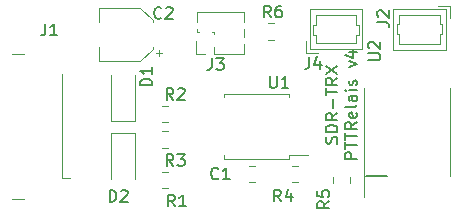
<source format=gto>
G04 #@! TF.GenerationSoftware,KiCad,Pcbnew,5.1.6+dfsg1-1~bpo9+1*
G04 #@! TF.CreationDate,2022-04-04T20:25:57+02:00*
G04 #@! TF.ProjectId,sdrtrx-pttrelais,73647274-7278-42d7-9074-7472656c6169,rev?*
G04 #@! TF.SameCoordinates,Original*
G04 #@! TF.FileFunction,Legend,Top*
G04 #@! TF.FilePolarity,Positive*
%FSLAX46Y46*%
G04 Gerber Fmt 4.6, Leading zero omitted, Abs format (unit mm)*
G04 Created by KiCad (PCBNEW 5.1.6+dfsg1-1~bpo9+1) date 2022-04-04 20:25:57*
%MOMM*%
%LPD*%
G01*
G04 APERTURE LIST*
%ADD10C,0.150000*%
%ADD11C,0.120000*%
%ADD12O,0.900000X1.400000*%
%ADD13R,1.880000X1.620000*%
%ADD14O,1.100000X1.100000*%
%ADD15R,1.100000X1.100000*%
%ADD16C,1.200000*%
%ADD17O,3.600000X2.000000*%
%ADD18R,2.600000X1.200000*%
%ADD19R,1.300000X1.000000*%
G04 APERTURE END LIST*
D10*
X127468761Y-88986904D02*
X127516380Y-88844047D01*
X127516380Y-88605952D01*
X127468761Y-88510714D01*
X127421142Y-88463095D01*
X127325904Y-88415476D01*
X127230666Y-88415476D01*
X127135428Y-88463095D01*
X127087809Y-88510714D01*
X127040190Y-88605952D01*
X126992571Y-88796428D01*
X126944952Y-88891666D01*
X126897333Y-88939285D01*
X126802095Y-88986904D01*
X126706857Y-88986904D01*
X126611619Y-88939285D01*
X126564000Y-88891666D01*
X126516380Y-88796428D01*
X126516380Y-88558333D01*
X126564000Y-88415476D01*
X127516380Y-87986904D02*
X126516380Y-87986904D01*
X126516380Y-87748809D01*
X126564000Y-87605952D01*
X126659238Y-87510714D01*
X126754476Y-87463095D01*
X126944952Y-87415476D01*
X127087809Y-87415476D01*
X127278285Y-87463095D01*
X127373523Y-87510714D01*
X127468761Y-87605952D01*
X127516380Y-87748809D01*
X127516380Y-87986904D01*
X127516380Y-86415476D02*
X127040190Y-86748809D01*
X127516380Y-86986904D02*
X126516380Y-86986904D01*
X126516380Y-86605952D01*
X126564000Y-86510714D01*
X126611619Y-86463095D01*
X126706857Y-86415476D01*
X126849714Y-86415476D01*
X126944952Y-86463095D01*
X126992571Y-86510714D01*
X127040190Y-86605952D01*
X127040190Y-86986904D01*
X127135428Y-85986904D02*
X127135428Y-85225000D01*
X126516380Y-84891666D02*
X126516380Y-84320238D01*
X127516380Y-84605952D02*
X126516380Y-84605952D01*
X127516380Y-83415476D02*
X127040190Y-83748809D01*
X127516380Y-83986904D02*
X126516380Y-83986904D01*
X126516380Y-83605952D01*
X126564000Y-83510714D01*
X126611619Y-83463095D01*
X126706857Y-83415476D01*
X126849714Y-83415476D01*
X126944952Y-83463095D01*
X126992571Y-83510714D01*
X127040190Y-83605952D01*
X127040190Y-83986904D01*
X126516380Y-83082142D02*
X127516380Y-82415476D01*
X126516380Y-82415476D02*
X127516380Y-83082142D01*
X129166380Y-90272619D02*
X128166380Y-90272619D01*
X128166380Y-89891666D01*
X128214000Y-89796428D01*
X128261619Y-89748809D01*
X128356857Y-89701190D01*
X128499714Y-89701190D01*
X128594952Y-89748809D01*
X128642571Y-89796428D01*
X128690190Y-89891666D01*
X128690190Y-90272619D01*
X128166380Y-89415476D02*
X128166380Y-88844047D01*
X129166380Y-89129761D02*
X128166380Y-89129761D01*
X128166380Y-88653571D02*
X128166380Y-88082142D01*
X129166380Y-88367857D02*
X128166380Y-88367857D01*
X129166380Y-87177380D02*
X128690190Y-87510714D01*
X129166380Y-87748809D02*
X128166380Y-87748809D01*
X128166380Y-87367857D01*
X128214000Y-87272619D01*
X128261619Y-87225000D01*
X128356857Y-87177380D01*
X128499714Y-87177380D01*
X128594952Y-87225000D01*
X128642571Y-87272619D01*
X128690190Y-87367857D01*
X128690190Y-87748809D01*
X129118761Y-86367857D02*
X129166380Y-86463095D01*
X129166380Y-86653571D01*
X129118761Y-86748809D01*
X129023523Y-86796428D01*
X128642571Y-86796428D01*
X128547333Y-86748809D01*
X128499714Y-86653571D01*
X128499714Y-86463095D01*
X128547333Y-86367857D01*
X128642571Y-86320238D01*
X128737809Y-86320238D01*
X128833047Y-86796428D01*
X129166380Y-85748809D02*
X129118761Y-85844047D01*
X129023523Y-85891666D01*
X128166380Y-85891666D01*
X129166380Y-84939285D02*
X128642571Y-84939285D01*
X128547333Y-84986904D01*
X128499714Y-85082142D01*
X128499714Y-85272619D01*
X128547333Y-85367857D01*
X129118761Y-84939285D02*
X129166380Y-85034523D01*
X129166380Y-85272619D01*
X129118761Y-85367857D01*
X129023523Y-85415476D01*
X128928285Y-85415476D01*
X128833047Y-85367857D01*
X128785428Y-85272619D01*
X128785428Y-85034523D01*
X128737809Y-84939285D01*
X129166380Y-84463095D02*
X128499714Y-84463095D01*
X128166380Y-84463095D02*
X128214000Y-84510714D01*
X128261619Y-84463095D01*
X128214000Y-84415476D01*
X128166380Y-84463095D01*
X128261619Y-84463095D01*
X129118761Y-84034523D02*
X129166380Y-83939285D01*
X129166380Y-83748809D01*
X129118761Y-83653571D01*
X129023523Y-83605952D01*
X128975904Y-83605952D01*
X128880666Y-83653571D01*
X128833047Y-83748809D01*
X128833047Y-83891666D01*
X128785428Y-83986904D01*
X128690190Y-84034523D01*
X128642571Y-84034523D01*
X128547333Y-83986904D01*
X128499714Y-83891666D01*
X128499714Y-83748809D01*
X128547333Y-83653571D01*
X128499714Y-82510714D02*
X129166380Y-82272619D01*
X128499714Y-82034523D01*
X128499714Y-81225000D02*
X129166380Y-81225000D01*
X128118761Y-81463095D02*
X128833047Y-81701190D01*
X128833047Y-81082142D01*
D11*
X124871400Y-81306000D02*
X125871400Y-81306000D01*
X124871400Y-81306000D02*
X124871400Y-80306000D01*
X129121400Y-78106000D02*
X127396400Y-78106000D01*
X129121400Y-78956000D02*
X129121400Y-78106000D01*
X129321400Y-78956000D02*
X129121400Y-78956000D01*
X129321400Y-79756000D02*
X129321400Y-78956000D01*
X129121400Y-79756000D02*
X129321400Y-79756000D01*
X129121400Y-80506000D02*
X129121400Y-79756000D01*
X127396400Y-80506000D02*
X129121400Y-80506000D01*
X125671400Y-78106000D02*
X127396400Y-78106000D01*
X125671400Y-78956000D02*
X125671400Y-78106000D01*
X125471400Y-78956000D02*
X125671400Y-78956000D01*
X125471400Y-79756000D02*
X125471400Y-78956000D01*
X125671400Y-79756000D02*
X125471400Y-79756000D01*
X125671400Y-80506000D02*
X125671400Y-79756000D01*
X127396400Y-80506000D02*
X125671400Y-80506000D01*
X129631400Y-77596000D02*
X125161400Y-77596000D01*
X129631400Y-81016000D02*
X129631400Y-77596000D01*
X125161400Y-81016000D02*
X129631400Y-81016000D01*
X125161400Y-77596000D02*
X125161400Y-81016000D01*
X120650000Y-84755500D02*
X117902500Y-84755500D01*
X117902500Y-84755500D02*
X117902500Y-85038000D01*
X120650000Y-84755500D02*
X123397500Y-84755500D01*
X123397500Y-84755500D02*
X123397500Y-85038000D01*
X120650000Y-90250500D02*
X117902500Y-90250500D01*
X117902500Y-90250500D02*
X117902500Y-89968000D01*
X120650000Y-90250500D02*
X123397500Y-90250500D01*
X123397500Y-90250500D02*
X123397500Y-89968000D01*
X123397500Y-89968000D02*
X125050000Y-89968000D01*
X129794000Y-93511000D02*
X129794000Y-84311000D01*
X137017000Y-91711000D02*
X137017000Y-84311000D01*
D10*
X129921000Y-91694000D02*
X131699000Y-91694000D01*
D11*
X115572000Y-81394000D02*
X115572000Y-80264000D01*
X116332000Y-81394000D02*
X115572000Y-81394000D01*
X115637000Y-78686470D02*
X115637000Y-77864000D01*
X115637000Y-79504000D02*
X115637000Y-79301530D01*
X115768529Y-79504000D02*
X115637000Y-79504000D01*
X117038529Y-79504000D02*
X116895471Y-79504000D01*
X117092000Y-79700529D02*
X117092000Y-79557471D01*
X117092000Y-81394000D02*
X117092000Y-80827471D01*
X115637000Y-77864000D02*
X119567000Y-77864000D01*
X117092000Y-81394000D02*
X119567000Y-81394000D01*
X119567000Y-79956470D02*
X119567000Y-79301530D01*
X119567000Y-78686470D02*
X119567000Y-77864000D01*
X119567000Y-81394000D02*
X119567000Y-80571530D01*
X136718000Y-81027000D02*
X136718000Y-77607000D01*
X136718000Y-77607000D02*
X132248000Y-77607000D01*
X132248000Y-77607000D02*
X132248000Y-81027000D01*
X132248000Y-81027000D02*
X136718000Y-81027000D01*
X134483000Y-78117000D02*
X136208000Y-78117000D01*
X136208000Y-78117000D02*
X136208000Y-78867000D01*
X136208000Y-78867000D02*
X136408000Y-78867000D01*
X136408000Y-78867000D02*
X136408000Y-79667000D01*
X136408000Y-79667000D02*
X136208000Y-79667000D01*
X136208000Y-79667000D02*
X136208000Y-80517000D01*
X136208000Y-80517000D02*
X134483000Y-80517000D01*
X134483000Y-78117000D02*
X132758000Y-78117000D01*
X132758000Y-78117000D02*
X132758000Y-78867000D01*
X132758000Y-78867000D02*
X132558000Y-78867000D01*
X132558000Y-78867000D02*
X132558000Y-79667000D01*
X132558000Y-79667000D02*
X132758000Y-79667000D01*
X132758000Y-79667000D02*
X132758000Y-80517000D01*
X132758000Y-80517000D02*
X134483000Y-80517000D01*
X137008000Y-77317000D02*
X137008000Y-78317000D01*
X137008000Y-77317000D02*
X136008000Y-77317000D01*
X122178578Y-80212000D02*
X121661422Y-80212000D01*
X122178578Y-78792000D02*
X121661422Y-78792000D01*
X127179000Y-92333578D02*
X127179000Y-91816422D01*
X128599000Y-92333578D02*
X128599000Y-91816422D01*
X124159778Y-92277000D02*
X123642622Y-92277000D01*
X124159778Y-90857000D02*
X123642622Y-90857000D01*
X113161578Y-89356000D02*
X112644422Y-89356000D01*
X113161578Y-87936000D02*
X112644422Y-87936000D01*
X113161578Y-87197000D02*
X112644422Y-87197000D01*
X113161578Y-85777000D02*
X112644422Y-85777000D01*
X113161578Y-92785000D02*
X112644422Y-92785000D01*
X113161578Y-91365000D02*
X112644422Y-91365000D01*
X104159000Y-91903000D02*
X104159000Y-83103000D01*
X100989000Y-93648000D02*
X99939000Y-93648000D01*
X100989000Y-81358000D02*
X99939000Y-81358000D01*
X104159000Y-91903000D02*
X104914000Y-91903000D01*
X110347000Y-88047000D02*
X108347000Y-88047000D01*
X108347000Y-88047000D02*
X108347000Y-91947000D01*
X110347000Y-88047000D02*
X110347000Y-91947000D01*
X108347000Y-87086000D02*
X110347000Y-87086000D01*
X110347000Y-87086000D02*
X110347000Y-83186000D01*
X108347000Y-87086000D02*
X108347000Y-83186000D01*
X107363000Y-77496000D02*
X107363000Y-78696000D01*
X107363000Y-82016000D02*
X107363000Y-80816000D01*
X110818563Y-82016000D02*
X107363000Y-82016000D01*
X110818563Y-77496000D02*
X107363000Y-77496000D01*
X111883000Y-78560437D02*
X111883000Y-78696000D01*
X111883000Y-80951563D02*
X111883000Y-80816000D01*
X111883000Y-80951563D02*
X110818563Y-82016000D01*
X111883000Y-78560437D02*
X110818563Y-77496000D01*
X112623000Y-81316000D02*
X112123000Y-81316000D01*
X112373000Y-81566000D02*
X112373000Y-81066000D01*
X120010422Y-90857000D02*
X120527578Y-90857000D01*
X120010422Y-92277000D02*
X120527578Y-92277000D01*
D10*
X125142666Y-81646780D02*
X125142666Y-82361066D01*
X125095047Y-82503923D01*
X124999809Y-82599161D01*
X124856952Y-82646780D01*
X124761714Y-82646780D01*
X126047428Y-81980114D02*
X126047428Y-82646780D01*
X125809333Y-81599161D02*
X125571238Y-82313447D01*
X126190285Y-82313447D01*
X121793095Y-83272380D02*
X121793095Y-84081904D01*
X121840714Y-84177142D01*
X121888333Y-84224761D01*
X121983571Y-84272380D01*
X122174047Y-84272380D01*
X122269285Y-84224761D01*
X122316904Y-84177142D01*
X122364523Y-84081904D01*
X122364523Y-83272380D01*
X123364523Y-84272380D02*
X122793095Y-84272380D01*
X123078809Y-84272380D02*
X123078809Y-83272380D01*
X122983571Y-83415238D01*
X122888333Y-83510476D01*
X122793095Y-83558095D01*
X130135380Y-81914904D02*
X130944904Y-81914904D01*
X131040142Y-81867285D01*
X131087761Y-81819666D01*
X131135380Y-81724428D01*
X131135380Y-81533952D01*
X131087761Y-81438714D01*
X131040142Y-81391095D01*
X130944904Y-81343476D01*
X130135380Y-81343476D01*
X130230619Y-80914904D02*
X130183000Y-80867285D01*
X130135380Y-80772047D01*
X130135380Y-80533952D01*
X130183000Y-80438714D01*
X130230619Y-80391095D01*
X130325857Y-80343476D01*
X130421095Y-80343476D01*
X130563952Y-80391095D01*
X131135380Y-80962523D01*
X131135380Y-80343476D01*
X116887666Y-81748380D02*
X116887666Y-82462666D01*
X116840047Y-82605523D01*
X116744809Y-82700761D01*
X116601952Y-82748380D01*
X116506714Y-82748380D01*
X117268619Y-81748380D02*
X117887666Y-81748380D01*
X117554333Y-82129333D01*
X117697190Y-82129333D01*
X117792428Y-82176952D01*
X117840047Y-82224571D01*
X117887666Y-82319809D01*
X117887666Y-82557904D01*
X117840047Y-82653142D01*
X117792428Y-82700761D01*
X117697190Y-82748380D01*
X117411476Y-82748380D01*
X117316238Y-82700761D01*
X117268619Y-82653142D01*
X130897380Y-78692333D02*
X131611666Y-78692333D01*
X131754523Y-78739952D01*
X131849761Y-78835190D01*
X131897380Y-78978047D01*
X131897380Y-79073285D01*
X130992619Y-78263761D02*
X130945000Y-78216142D01*
X130897380Y-78120904D01*
X130897380Y-77882809D01*
X130945000Y-77787571D01*
X130992619Y-77739952D01*
X131087857Y-77692333D01*
X131183095Y-77692333D01*
X131325952Y-77739952D01*
X131897380Y-78311380D01*
X131897380Y-77692333D01*
X121880333Y-78303380D02*
X121547000Y-77827190D01*
X121308904Y-78303380D02*
X121308904Y-77303380D01*
X121689857Y-77303380D01*
X121785095Y-77351000D01*
X121832714Y-77398619D01*
X121880333Y-77493857D01*
X121880333Y-77636714D01*
X121832714Y-77731952D01*
X121785095Y-77779571D01*
X121689857Y-77827190D01*
X121308904Y-77827190D01*
X122737476Y-77303380D02*
X122547000Y-77303380D01*
X122451761Y-77351000D01*
X122404142Y-77398619D01*
X122308904Y-77541476D01*
X122261285Y-77731952D01*
X122261285Y-78112904D01*
X122308904Y-78208142D01*
X122356523Y-78255761D01*
X122451761Y-78303380D01*
X122642238Y-78303380D01*
X122737476Y-78255761D01*
X122785095Y-78208142D01*
X122832714Y-78112904D01*
X122832714Y-77874809D01*
X122785095Y-77779571D01*
X122737476Y-77731952D01*
X122642238Y-77684333D01*
X122451761Y-77684333D01*
X122356523Y-77731952D01*
X122308904Y-77779571D01*
X122261285Y-77874809D01*
X126817380Y-93867266D02*
X126341190Y-94200600D01*
X126817380Y-94438695D02*
X125817380Y-94438695D01*
X125817380Y-94057742D01*
X125865000Y-93962504D01*
X125912619Y-93914885D01*
X126007857Y-93867266D01*
X126150714Y-93867266D01*
X126245952Y-93914885D01*
X126293571Y-93962504D01*
X126341190Y-94057742D01*
X126341190Y-94438695D01*
X125817380Y-92962504D02*
X125817380Y-93438695D01*
X126293571Y-93486314D01*
X126245952Y-93438695D01*
X126198333Y-93343457D01*
X126198333Y-93105361D01*
X126245952Y-93010123D01*
X126293571Y-92962504D01*
X126388809Y-92914885D01*
X126626904Y-92914885D01*
X126722142Y-92962504D01*
X126769761Y-93010123D01*
X126817380Y-93105361D01*
X126817380Y-93343457D01*
X126769761Y-93438695D01*
X126722142Y-93486314D01*
X122743933Y-93873580D02*
X122410600Y-93397390D01*
X122172504Y-93873580D02*
X122172504Y-92873580D01*
X122553457Y-92873580D01*
X122648695Y-92921200D01*
X122696314Y-92968819D01*
X122743933Y-93064057D01*
X122743933Y-93206914D01*
X122696314Y-93302152D01*
X122648695Y-93349771D01*
X122553457Y-93397390D01*
X122172504Y-93397390D01*
X123601076Y-93206914D02*
X123601076Y-93873580D01*
X123362980Y-92825961D02*
X123124885Y-93540247D01*
X123743933Y-93540247D01*
X113625333Y-90876380D02*
X113292000Y-90400190D01*
X113053904Y-90876380D02*
X113053904Y-89876380D01*
X113434857Y-89876380D01*
X113530095Y-89924000D01*
X113577714Y-89971619D01*
X113625333Y-90066857D01*
X113625333Y-90209714D01*
X113577714Y-90304952D01*
X113530095Y-90352571D01*
X113434857Y-90400190D01*
X113053904Y-90400190D01*
X113958666Y-89876380D02*
X114577714Y-89876380D01*
X114244380Y-90257333D01*
X114387238Y-90257333D01*
X114482476Y-90304952D01*
X114530095Y-90352571D01*
X114577714Y-90447809D01*
X114577714Y-90685904D01*
X114530095Y-90781142D01*
X114482476Y-90828761D01*
X114387238Y-90876380D01*
X114101523Y-90876380D01*
X114006285Y-90828761D01*
X113958666Y-90781142D01*
X113625333Y-85288380D02*
X113292000Y-84812190D01*
X113053904Y-85288380D02*
X113053904Y-84288380D01*
X113434857Y-84288380D01*
X113530095Y-84336000D01*
X113577714Y-84383619D01*
X113625333Y-84478857D01*
X113625333Y-84621714D01*
X113577714Y-84716952D01*
X113530095Y-84764571D01*
X113434857Y-84812190D01*
X113053904Y-84812190D01*
X114006285Y-84383619D02*
X114053904Y-84336000D01*
X114149142Y-84288380D01*
X114387238Y-84288380D01*
X114482476Y-84336000D01*
X114530095Y-84383619D01*
X114577714Y-84478857D01*
X114577714Y-84574095D01*
X114530095Y-84716952D01*
X113958666Y-85288380D01*
X114577714Y-85288380D01*
X113752333Y-94305380D02*
X113419000Y-93829190D01*
X113180904Y-94305380D02*
X113180904Y-93305380D01*
X113561857Y-93305380D01*
X113657095Y-93353000D01*
X113704714Y-93400619D01*
X113752333Y-93495857D01*
X113752333Y-93638714D01*
X113704714Y-93733952D01*
X113657095Y-93781571D01*
X113561857Y-93829190D01*
X113180904Y-93829190D01*
X114704714Y-94305380D02*
X114133285Y-94305380D01*
X114419000Y-94305380D02*
X114419000Y-93305380D01*
X114323761Y-93448238D01*
X114228523Y-93543476D01*
X114133285Y-93591095D01*
X102790666Y-78827380D02*
X102790666Y-79541666D01*
X102743047Y-79684523D01*
X102647809Y-79779761D01*
X102504952Y-79827380D01*
X102409714Y-79827380D01*
X103790666Y-79827380D02*
X103219238Y-79827380D01*
X103504952Y-79827380D02*
X103504952Y-78827380D01*
X103409714Y-78970238D01*
X103314476Y-79065476D01*
X103219238Y-79113095D01*
X108227904Y-93924380D02*
X108227904Y-92924380D01*
X108466000Y-92924380D01*
X108608857Y-92972000D01*
X108704095Y-93067238D01*
X108751714Y-93162476D01*
X108799333Y-93352952D01*
X108799333Y-93495809D01*
X108751714Y-93686285D01*
X108704095Y-93781523D01*
X108608857Y-93876761D01*
X108466000Y-93924380D01*
X108227904Y-93924380D01*
X109180285Y-93019619D02*
X109227904Y-92972000D01*
X109323142Y-92924380D01*
X109561238Y-92924380D01*
X109656476Y-92972000D01*
X109704095Y-93019619D01*
X109751714Y-93114857D01*
X109751714Y-93210095D01*
X109704095Y-93352952D01*
X109132666Y-93924380D01*
X109751714Y-93924380D01*
X111831380Y-84050095D02*
X110831380Y-84050095D01*
X110831380Y-83812000D01*
X110879000Y-83669142D01*
X110974238Y-83573904D01*
X111069476Y-83526285D01*
X111259952Y-83478666D01*
X111402809Y-83478666D01*
X111593285Y-83526285D01*
X111688523Y-83573904D01*
X111783761Y-83669142D01*
X111831380Y-83812000D01*
X111831380Y-84050095D01*
X111831380Y-82526285D02*
X111831380Y-83097714D01*
X111831380Y-82812000D02*
X110831380Y-82812000D01*
X110974238Y-82907238D01*
X111069476Y-83002476D01*
X111117095Y-83097714D01*
X112609333Y-78335142D02*
X112561714Y-78382761D01*
X112418857Y-78430380D01*
X112323619Y-78430380D01*
X112180761Y-78382761D01*
X112085523Y-78287523D01*
X112037904Y-78192285D01*
X111990285Y-78001809D01*
X111990285Y-77858952D01*
X112037904Y-77668476D01*
X112085523Y-77573238D01*
X112180761Y-77478000D01*
X112323619Y-77430380D01*
X112418857Y-77430380D01*
X112561714Y-77478000D01*
X112609333Y-77525619D01*
X112990285Y-77525619D02*
X113037904Y-77478000D01*
X113133142Y-77430380D01*
X113371238Y-77430380D01*
X113466476Y-77478000D01*
X113514095Y-77525619D01*
X113561714Y-77620857D01*
X113561714Y-77716095D01*
X113514095Y-77858952D01*
X112942666Y-78430380D01*
X113561714Y-78430380D01*
X117435333Y-91924142D02*
X117387714Y-91971761D01*
X117244857Y-92019380D01*
X117149619Y-92019380D01*
X117006761Y-91971761D01*
X116911523Y-91876523D01*
X116863904Y-91781285D01*
X116816285Y-91590809D01*
X116816285Y-91447952D01*
X116863904Y-91257476D01*
X116911523Y-91162238D01*
X117006761Y-91067000D01*
X117149619Y-91019380D01*
X117244857Y-91019380D01*
X117387714Y-91067000D01*
X117435333Y-91114619D01*
X118387714Y-92019380D02*
X117816285Y-92019380D01*
X118102000Y-92019380D02*
X118102000Y-91019380D01*
X118006761Y-91162238D01*
X117911523Y-91257476D01*
X117816285Y-91305095D01*
%LPC*%
D12*
X128021400Y-79756000D03*
G36*
G01*
X126321400Y-80231000D02*
X126321400Y-79281000D01*
G75*
G02*
X126546400Y-79056000I225000J0D01*
G01*
X126996400Y-79056000D01*
G75*
G02*
X127221400Y-79281000I0J-225000D01*
G01*
X127221400Y-80231000D01*
G75*
G02*
X126996400Y-80456000I-225000J0D01*
G01*
X126546400Y-80456000D01*
G75*
G02*
X126321400Y-80231000I0J225000D01*
G01*
G37*
G36*
G01*
X117900000Y-89233000D02*
X117900000Y-89583000D01*
G75*
G02*
X117725000Y-89758000I-175000J0D01*
G01*
X116375000Y-89758000D01*
G75*
G02*
X116200000Y-89583000I0J175000D01*
G01*
X116200000Y-89233000D01*
G75*
G02*
X116375000Y-89058000I175000J0D01*
G01*
X117725000Y-89058000D01*
G75*
G02*
X117900000Y-89233000I0J-175000D01*
G01*
G37*
G36*
G01*
X117900000Y-87963000D02*
X117900000Y-88313000D01*
G75*
G02*
X117725000Y-88488000I-175000J0D01*
G01*
X116375000Y-88488000D01*
G75*
G02*
X116200000Y-88313000I0J175000D01*
G01*
X116200000Y-87963000D01*
G75*
G02*
X116375000Y-87788000I175000J0D01*
G01*
X117725000Y-87788000D01*
G75*
G02*
X117900000Y-87963000I0J-175000D01*
G01*
G37*
G36*
G01*
X117900000Y-86693000D02*
X117900000Y-87043000D01*
G75*
G02*
X117725000Y-87218000I-175000J0D01*
G01*
X116375000Y-87218000D01*
G75*
G02*
X116200000Y-87043000I0J175000D01*
G01*
X116200000Y-86693000D01*
G75*
G02*
X116375000Y-86518000I175000J0D01*
G01*
X117725000Y-86518000D01*
G75*
G02*
X117900000Y-86693000I0J-175000D01*
G01*
G37*
G36*
G01*
X117900000Y-85423000D02*
X117900000Y-85773000D01*
G75*
G02*
X117725000Y-85948000I-175000J0D01*
G01*
X116375000Y-85948000D01*
G75*
G02*
X116200000Y-85773000I0J175000D01*
G01*
X116200000Y-85423000D01*
G75*
G02*
X116375000Y-85248000I175000J0D01*
G01*
X117725000Y-85248000D01*
G75*
G02*
X117900000Y-85423000I0J-175000D01*
G01*
G37*
G36*
G01*
X125100000Y-85423000D02*
X125100000Y-85773000D01*
G75*
G02*
X124925000Y-85948000I-175000J0D01*
G01*
X123575000Y-85948000D01*
G75*
G02*
X123400000Y-85773000I0J175000D01*
G01*
X123400000Y-85423000D01*
G75*
G02*
X123575000Y-85248000I175000J0D01*
G01*
X124925000Y-85248000D01*
G75*
G02*
X125100000Y-85423000I0J-175000D01*
G01*
G37*
G36*
G01*
X125100000Y-86693000D02*
X125100000Y-87043000D01*
G75*
G02*
X124925000Y-87218000I-175000J0D01*
G01*
X123575000Y-87218000D01*
G75*
G02*
X123400000Y-87043000I0J175000D01*
G01*
X123400000Y-86693000D01*
G75*
G02*
X123575000Y-86518000I175000J0D01*
G01*
X124925000Y-86518000D01*
G75*
G02*
X125100000Y-86693000I0J-175000D01*
G01*
G37*
G36*
G01*
X125100000Y-87963000D02*
X125100000Y-88313000D01*
G75*
G02*
X124925000Y-88488000I-175000J0D01*
G01*
X123575000Y-88488000D01*
G75*
G02*
X123400000Y-88313000I0J175000D01*
G01*
X123400000Y-87963000D01*
G75*
G02*
X123575000Y-87788000I175000J0D01*
G01*
X124925000Y-87788000D01*
G75*
G02*
X125100000Y-87963000I0J-175000D01*
G01*
G37*
G36*
G01*
X125100000Y-89233000D02*
X125100000Y-89583000D01*
G75*
G02*
X124925000Y-89758000I-175000J0D01*
G01*
X123575000Y-89758000D01*
G75*
G02*
X123400000Y-89583000I0J175000D01*
G01*
X123400000Y-89233000D01*
G75*
G02*
X123575000Y-89058000I175000J0D01*
G01*
X124925000Y-89058000D01*
G75*
G02*
X125100000Y-89233000I0J-175000D01*
G01*
G37*
D13*
X130937000Y-83246000D03*
X133477000Y-83246000D03*
X136017000Y-83246000D03*
X136017000Y-92776000D03*
X133477000Y-92776000D03*
X130937000Y-92776000D03*
D14*
X118872000Y-78994000D03*
X118872000Y-80264000D03*
X117602000Y-78994000D03*
X117602000Y-80264000D03*
X116332000Y-78994000D03*
D15*
X116332000Y-80264000D03*
D12*
X133858000Y-78867000D03*
G36*
G01*
X135558000Y-78392000D02*
X135558000Y-79342000D01*
G75*
G02*
X135333000Y-79567000I-225000J0D01*
G01*
X134883000Y-79567000D01*
G75*
G02*
X134658000Y-79342000I0J225000D01*
G01*
X134658000Y-78392000D01*
G75*
G02*
X134883000Y-78167000I225000J0D01*
G01*
X135333000Y-78167000D01*
G75*
G02*
X135558000Y-78392000I0J-225000D01*
G01*
G37*
G36*
G01*
X121520000Y-79020750D02*
X121520000Y-79983250D01*
G75*
G02*
X121251250Y-80252000I-268750J0D01*
G01*
X120713750Y-80252000D01*
G75*
G02*
X120445000Y-79983250I0J268750D01*
G01*
X120445000Y-79020750D01*
G75*
G02*
X120713750Y-78752000I268750J0D01*
G01*
X121251250Y-78752000D01*
G75*
G02*
X121520000Y-79020750I0J-268750D01*
G01*
G37*
G36*
G01*
X123395000Y-79020750D02*
X123395000Y-79983250D01*
G75*
G02*
X123126250Y-80252000I-268750J0D01*
G01*
X122588750Y-80252000D01*
G75*
G02*
X122320000Y-79983250I0J268750D01*
G01*
X122320000Y-79020750D01*
G75*
G02*
X122588750Y-78752000I268750J0D01*
G01*
X123126250Y-78752000D01*
G75*
G02*
X123395000Y-79020750I0J-268750D01*
G01*
G37*
G36*
G01*
X128370250Y-91675000D02*
X127407750Y-91675000D01*
G75*
G02*
X127139000Y-91406250I0J268750D01*
G01*
X127139000Y-90868750D01*
G75*
G02*
X127407750Y-90600000I268750J0D01*
G01*
X128370250Y-90600000D01*
G75*
G02*
X128639000Y-90868750I0J-268750D01*
G01*
X128639000Y-91406250D01*
G75*
G02*
X128370250Y-91675000I-268750J0D01*
G01*
G37*
G36*
G01*
X128370250Y-93550000D02*
X127407750Y-93550000D01*
G75*
G02*
X127139000Y-93281250I0J268750D01*
G01*
X127139000Y-92743750D01*
G75*
G02*
X127407750Y-92475000I268750J0D01*
G01*
X128370250Y-92475000D01*
G75*
G02*
X128639000Y-92743750I0J-268750D01*
G01*
X128639000Y-93281250D01*
G75*
G02*
X128370250Y-93550000I-268750J0D01*
G01*
G37*
G36*
G01*
X123501200Y-91085750D02*
X123501200Y-92048250D01*
G75*
G02*
X123232450Y-92317000I-268750J0D01*
G01*
X122694950Y-92317000D01*
G75*
G02*
X122426200Y-92048250I0J268750D01*
G01*
X122426200Y-91085750D01*
G75*
G02*
X122694950Y-90817000I268750J0D01*
G01*
X123232450Y-90817000D01*
G75*
G02*
X123501200Y-91085750I0J-268750D01*
G01*
G37*
G36*
G01*
X125376200Y-91085750D02*
X125376200Y-92048250D01*
G75*
G02*
X125107450Y-92317000I-268750J0D01*
G01*
X124569950Y-92317000D01*
G75*
G02*
X124301200Y-92048250I0J268750D01*
G01*
X124301200Y-91085750D01*
G75*
G02*
X124569950Y-90817000I268750J0D01*
G01*
X125107450Y-90817000D01*
G75*
G02*
X125376200Y-91085750I0J-268750D01*
G01*
G37*
G36*
G01*
X112503000Y-88164750D02*
X112503000Y-89127250D01*
G75*
G02*
X112234250Y-89396000I-268750J0D01*
G01*
X111696750Y-89396000D01*
G75*
G02*
X111428000Y-89127250I0J268750D01*
G01*
X111428000Y-88164750D01*
G75*
G02*
X111696750Y-87896000I268750J0D01*
G01*
X112234250Y-87896000D01*
G75*
G02*
X112503000Y-88164750I0J-268750D01*
G01*
G37*
G36*
G01*
X114378000Y-88164750D02*
X114378000Y-89127250D01*
G75*
G02*
X114109250Y-89396000I-268750J0D01*
G01*
X113571750Y-89396000D01*
G75*
G02*
X113303000Y-89127250I0J268750D01*
G01*
X113303000Y-88164750D01*
G75*
G02*
X113571750Y-87896000I268750J0D01*
G01*
X114109250Y-87896000D01*
G75*
G02*
X114378000Y-88164750I0J-268750D01*
G01*
G37*
G36*
G01*
X112503000Y-86005750D02*
X112503000Y-86968250D01*
G75*
G02*
X112234250Y-87237000I-268750J0D01*
G01*
X111696750Y-87237000D01*
G75*
G02*
X111428000Y-86968250I0J268750D01*
G01*
X111428000Y-86005750D01*
G75*
G02*
X111696750Y-85737000I268750J0D01*
G01*
X112234250Y-85737000D01*
G75*
G02*
X112503000Y-86005750I0J-268750D01*
G01*
G37*
G36*
G01*
X114378000Y-86005750D02*
X114378000Y-86968250D01*
G75*
G02*
X114109250Y-87237000I-268750J0D01*
G01*
X113571750Y-87237000D01*
G75*
G02*
X113303000Y-86968250I0J268750D01*
G01*
X113303000Y-86005750D01*
G75*
G02*
X113571750Y-85737000I268750J0D01*
G01*
X114109250Y-85737000D01*
G75*
G02*
X114378000Y-86005750I0J-268750D01*
G01*
G37*
G36*
G01*
X112503000Y-91593750D02*
X112503000Y-92556250D01*
G75*
G02*
X112234250Y-92825000I-268750J0D01*
G01*
X111696750Y-92825000D01*
G75*
G02*
X111428000Y-92556250I0J268750D01*
G01*
X111428000Y-91593750D01*
G75*
G02*
X111696750Y-91325000I268750J0D01*
G01*
X112234250Y-91325000D01*
G75*
G02*
X112503000Y-91593750I0J-268750D01*
G01*
G37*
G36*
G01*
X114378000Y-91593750D02*
X114378000Y-92556250D01*
G75*
G02*
X114109250Y-92825000I-268750J0D01*
G01*
X113571750Y-92825000D01*
G75*
G02*
X113303000Y-92556250I0J268750D01*
G01*
X113303000Y-91593750D01*
G75*
G02*
X113571750Y-91325000I268750J0D01*
G01*
X114109250Y-91325000D01*
G75*
G02*
X114378000Y-91593750I0J-268750D01*
G01*
G37*
D16*
X103039000Y-85203000D03*
X103039000Y-89803000D03*
D17*
X103039000Y-81803000D03*
X103039000Y-93203000D03*
D18*
X105789000Y-84003000D03*
X105789000Y-91003000D03*
X105789000Y-86503000D03*
X105789000Y-88503000D03*
D19*
X109347000Y-91947000D03*
X109347000Y-88647000D03*
X109347000Y-83186000D03*
X109347000Y-86486000D03*
G36*
G01*
X109173000Y-79171625D02*
X109173000Y-80340375D01*
G75*
G02*
X108907375Y-80606000I-265625J0D01*
G01*
X106738625Y-80606000D01*
G75*
G02*
X106473000Y-80340375I0J265625D01*
G01*
X106473000Y-79171625D01*
G75*
G02*
X106738625Y-78906000I265625J0D01*
G01*
X108907375Y-78906000D01*
G75*
G02*
X109173000Y-79171625I0J-265625D01*
G01*
G37*
G36*
G01*
X112773000Y-79171625D02*
X112773000Y-80340375D01*
G75*
G02*
X112507375Y-80606000I-265625J0D01*
G01*
X110338625Y-80606000D01*
G75*
G02*
X110073000Y-80340375I0J265625D01*
G01*
X110073000Y-79171625D01*
G75*
G02*
X110338625Y-78906000I265625J0D01*
G01*
X112507375Y-78906000D01*
G75*
G02*
X112773000Y-79171625I0J-265625D01*
G01*
G37*
G36*
G01*
X120669000Y-92048250D02*
X120669000Y-91085750D01*
G75*
G02*
X120937750Y-90817000I268750J0D01*
G01*
X121475250Y-90817000D01*
G75*
G02*
X121744000Y-91085750I0J-268750D01*
G01*
X121744000Y-92048250D01*
G75*
G02*
X121475250Y-92317000I-268750J0D01*
G01*
X120937750Y-92317000D01*
G75*
G02*
X120669000Y-92048250I0J268750D01*
G01*
G37*
G36*
G01*
X118794000Y-92048250D02*
X118794000Y-91085750D01*
G75*
G02*
X119062750Y-90817000I268750J0D01*
G01*
X119600250Y-90817000D01*
G75*
G02*
X119869000Y-91085750I0J-268750D01*
G01*
X119869000Y-92048250D01*
G75*
G02*
X119600250Y-92317000I-268750J0D01*
G01*
X119062750Y-92317000D01*
G75*
G02*
X118794000Y-92048250I0J268750D01*
G01*
G37*
M02*

</source>
